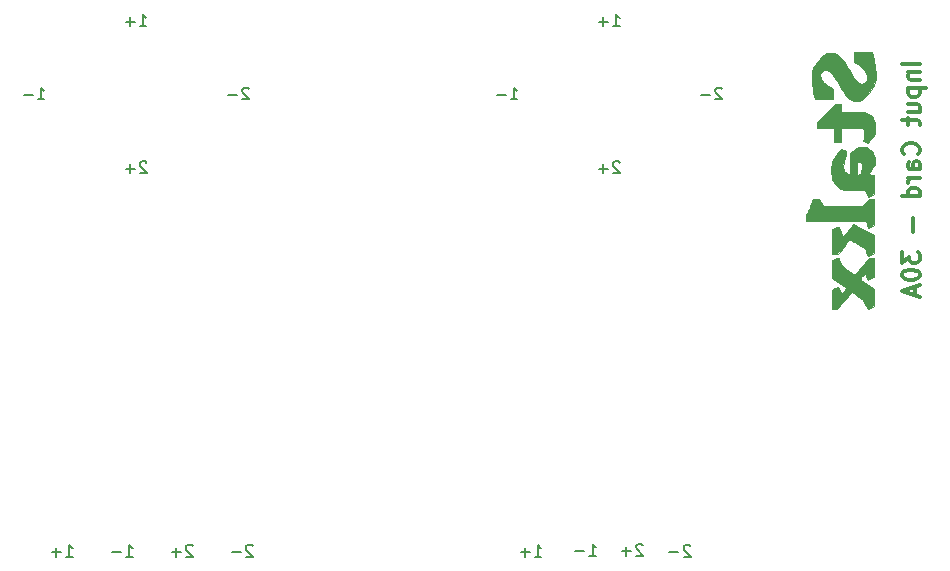
<source format=gbr>
%TF.GenerationSoftware,KiCad,Pcbnew,(5.1.6)-1*%
%TF.CreationDate,2020-12-17T16:36:24+01:00*%
%TF.ProjectId,Ingressi,496e6772-6573-4736-992e-6b696361645f,v1.0*%
%TF.SameCoordinates,Original*%
%TF.FileFunction,Legend,Bot*%
%TF.FilePolarity,Positive*%
%FSLAX46Y46*%
G04 Gerber Fmt 4.6, Leading zero omitted, Abs format (unit mm)*
G04 Created by KiCad (PCBNEW (5.1.6)-1) date 2020-12-17 16:36:24*
%MOMM*%
%LPD*%
G01*
G04 APERTURE LIST*
%ADD10C,0.150000*%
%ADD11C,0.300000*%
%ADD12C,0.010000*%
G04 APERTURE END LIST*
D10*
X55804761Y-55997619D02*
X55757142Y-55950000D01*
X55661904Y-55902380D01*
X55423809Y-55902380D01*
X55328571Y-55950000D01*
X55280952Y-55997619D01*
X55233333Y-56092857D01*
X55233333Y-56188095D01*
X55280952Y-56330952D01*
X55852380Y-56902380D01*
X55233333Y-56902380D01*
X54804761Y-56521428D02*
X54042857Y-56521428D01*
X54423809Y-56902380D02*
X54423809Y-56140476D01*
X55233333Y-44436380D02*
X55804761Y-44436380D01*
X55519047Y-44436380D02*
X55519047Y-43436380D01*
X55614285Y-43579238D01*
X55709523Y-43674476D01*
X55804761Y-43722095D01*
X54804761Y-44055428D02*
X54042857Y-44055428D01*
X54423809Y-44436380D02*
X54423809Y-43674476D01*
X46583333Y-50652380D02*
X47154761Y-50652380D01*
X46869047Y-50652380D02*
X46869047Y-49652380D01*
X46964285Y-49795238D01*
X47059523Y-49890476D01*
X47154761Y-49938095D01*
X46154761Y-50271428D02*
X45392857Y-50271428D01*
X64465961Y-49747619D02*
X64418342Y-49700000D01*
X64323104Y-49652380D01*
X64085009Y-49652380D01*
X63989771Y-49700000D01*
X63942152Y-49747619D01*
X63894533Y-49842857D01*
X63894533Y-49938095D01*
X63942152Y-50080952D01*
X64513580Y-50652380D01*
X63894533Y-50652380D01*
X63465961Y-50271428D02*
X62704057Y-50271428D01*
X95854761Y-55997619D02*
X95807142Y-55950000D01*
X95711904Y-55902380D01*
X95473809Y-55902380D01*
X95378571Y-55950000D01*
X95330952Y-55997619D01*
X95283333Y-56092857D01*
X95283333Y-56188095D01*
X95330952Y-56330952D01*
X95902380Y-56902380D01*
X95283333Y-56902380D01*
X94854761Y-56521428D02*
X94092857Y-56521428D01*
X94473809Y-56902380D02*
X94473809Y-56140476D01*
X95283333Y-44436380D02*
X95854761Y-44436380D01*
X95569047Y-44436380D02*
X95569047Y-43436380D01*
X95664285Y-43579238D01*
X95759523Y-43674476D01*
X95854761Y-43722095D01*
X94854761Y-44055428D02*
X94092857Y-44055428D01*
X94473809Y-44436380D02*
X94473809Y-43674476D01*
X86633333Y-50652380D02*
X87204761Y-50652380D01*
X86919047Y-50652380D02*
X86919047Y-49652380D01*
X87014285Y-49795238D01*
X87109523Y-49890476D01*
X87204761Y-49938095D01*
X86204761Y-50271428D02*
X85442857Y-50271428D01*
X104515961Y-49747619D02*
X104468342Y-49700000D01*
X104373104Y-49652380D01*
X104135009Y-49652380D01*
X104039771Y-49700000D01*
X103992152Y-49747619D01*
X103944533Y-49842857D01*
X103944533Y-49938095D01*
X103992152Y-50080952D01*
X104563580Y-50652380D01*
X103944533Y-50652380D01*
X103515961Y-50271428D02*
X102754057Y-50271428D01*
X48983333Y-89352380D02*
X49554761Y-89352380D01*
X49269047Y-89352380D02*
X49269047Y-88352380D01*
X49364285Y-88495238D01*
X49459523Y-88590476D01*
X49554761Y-88638095D01*
X48554761Y-88971428D02*
X47792857Y-88971428D01*
X48173809Y-89352380D02*
X48173809Y-88590476D01*
X54063333Y-89352380D02*
X54634761Y-89352380D01*
X54349047Y-89352380D02*
X54349047Y-88352380D01*
X54444285Y-88495238D01*
X54539523Y-88590476D01*
X54634761Y-88638095D01*
X53634761Y-88971428D02*
X52872857Y-88971428D01*
X64794761Y-88447619D02*
X64747142Y-88400000D01*
X64651904Y-88352380D01*
X64413809Y-88352380D01*
X64318571Y-88400000D01*
X64270952Y-88447619D01*
X64223333Y-88542857D01*
X64223333Y-88638095D01*
X64270952Y-88780952D01*
X64842380Y-89352380D01*
X64223333Y-89352380D01*
X63794761Y-88971428D02*
X63032857Y-88971428D01*
X59714761Y-88447619D02*
X59667142Y-88400000D01*
X59571904Y-88352380D01*
X59333809Y-88352380D01*
X59238571Y-88400000D01*
X59190952Y-88447619D01*
X59143333Y-88542857D01*
X59143333Y-88638095D01*
X59190952Y-88780952D01*
X59762380Y-89352380D01*
X59143333Y-89352380D01*
X58714761Y-88971428D02*
X57952857Y-88971428D01*
X58333809Y-89352380D02*
X58333809Y-88590476D01*
X93293333Y-89302380D02*
X93864761Y-89302380D01*
X93579047Y-89302380D02*
X93579047Y-88302380D01*
X93674285Y-88445238D01*
X93769523Y-88540476D01*
X93864761Y-88588095D01*
X92864761Y-88921428D02*
X92102857Y-88921428D01*
X97824761Y-88397619D02*
X97777142Y-88350000D01*
X97681904Y-88302380D01*
X97443809Y-88302380D01*
X97348571Y-88350000D01*
X97300952Y-88397619D01*
X97253333Y-88492857D01*
X97253333Y-88588095D01*
X97300952Y-88730952D01*
X97872380Y-89302380D01*
X97253333Y-89302380D01*
X96824761Y-88921428D02*
X96062857Y-88921428D01*
X96443809Y-89302380D02*
X96443809Y-88540476D01*
X88663333Y-89352380D02*
X89234761Y-89352380D01*
X88949047Y-89352380D02*
X88949047Y-88352380D01*
X89044285Y-88495238D01*
X89139523Y-88590476D01*
X89234761Y-88638095D01*
X88234761Y-88971428D02*
X87472857Y-88971428D01*
X87853809Y-89352380D02*
X87853809Y-88590476D01*
X101844761Y-88447619D02*
X101797142Y-88400000D01*
X101701904Y-88352380D01*
X101463809Y-88352380D01*
X101368571Y-88400000D01*
X101320952Y-88447619D01*
X101273333Y-88542857D01*
X101273333Y-88638095D01*
X101320952Y-88780952D01*
X101892380Y-89352380D01*
X101273333Y-89352380D01*
X100844761Y-88971428D02*
X100082857Y-88971428D01*
D11*
X121278571Y-47650000D02*
X119778571Y-47650000D01*
X120278571Y-48364285D02*
X121278571Y-48364285D01*
X120421428Y-48364285D02*
X120350000Y-48435714D01*
X120278571Y-48578571D01*
X120278571Y-48792857D01*
X120350000Y-48935714D01*
X120492857Y-49007142D01*
X121278571Y-49007142D01*
X120278571Y-49721428D02*
X121778571Y-49721428D01*
X120350000Y-49721428D02*
X120278571Y-49864285D01*
X120278571Y-50150000D01*
X120350000Y-50292857D01*
X120421428Y-50364285D01*
X120564285Y-50435714D01*
X120992857Y-50435714D01*
X121135714Y-50364285D01*
X121207142Y-50292857D01*
X121278571Y-50150000D01*
X121278571Y-49864285D01*
X121207142Y-49721428D01*
X120278571Y-51721428D02*
X121278571Y-51721428D01*
X120278571Y-51078571D02*
X121064285Y-51078571D01*
X121207142Y-51150000D01*
X121278571Y-51292857D01*
X121278571Y-51507142D01*
X121207142Y-51650000D01*
X121135714Y-51721428D01*
X120278571Y-52221428D02*
X120278571Y-52792857D01*
X119778571Y-52435714D02*
X121064285Y-52435714D01*
X121207142Y-52507142D01*
X121278571Y-52650000D01*
X121278571Y-52792857D01*
X121135714Y-55292857D02*
X121207142Y-55221428D01*
X121278571Y-55007142D01*
X121278571Y-54864285D01*
X121207142Y-54650000D01*
X121064285Y-54507142D01*
X120921428Y-54435714D01*
X120635714Y-54364285D01*
X120421428Y-54364285D01*
X120135714Y-54435714D01*
X119992857Y-54507142D01*
X119850000Y-54650000D01*
X119778571Y-54864285D01*
X119778571Y-55007142D01*
X119850000Y-55221428D01*
X119921428Y-55292857D01*
X121278571Y-56578571D02*
X120492857Y-56578571D01*
X120350000Y-56507142D01*
X120278571Y-56364285D01*
X120278571Y-56078571D01*
X120350000Y-55935714D01*
X121207142Y-56578571D02*
X121278571Y-56435714D01*
X121278571Y-56078571D01*
X121207142Y-55935714D01*
X121064285Y-55864285D01*
X120921428Y-55864285D01*
X120778571Y-55935714D01*
X120707142Y-56078571D01*
X120707142Y-56435714D01*
X120635714Y-56578571D01*
X121278571Y-57292857D02*
X120278571Y-57292857D01*
X120564285Y-57292857D02*
X120421428Y-57364285D01*
X120350000Y-57435714D01*
X120278571Y-57578571D01*
X120278571Y-57721428D01*
X121278571Y-58864285D02*
X119778571Y-58864285D01*
X121207142Y-58864285D02*
X121278571Y-58721428D01*
X121278571Y-58435714D01*
X121207142Y-58292857D01*
X121135714Y-58221428D01*
X120992857Y-58150000D01*
X120564285Y-58150000D01*
X120421428Y-58221428D01*
X120350000Y-58292857D01*
X120278571Y-58435714D01*
X120278571Y-58721428D01*
X120350000Y-58864285D01*
X120707142Y-60721428D02*
X120707142Y-61864285D01*
X119778571Y-63578571D02*
X119778571Y-64507142D01*
X120350000Y-64007142D01*
X120350000Y-64221428D01*
X120421428Y-64364285D01*
X120492857Y-64435714D01*
X120635714Y-64507142D01*
X120992857Y-64507142D01*
X121135714Y-64435714D01*
X121207142Y-64364285D01*
X121278571Y-64221428D01*
X121278571Y-63792857D01*
X121207142Y-63650000D01*
X121135714Y-63578571D01*
X119778571Y-65435714D02*
X119778571Y-65578571D01*
X119850000Y-65721428D01*
X119921428Y-65792857D01*
X120064285Y-65864285D01*
X120350000Y-65935714D01*
X120707142Y-65935714D01*
X120992857Y-65864285D01*
X121135714Y-65792857D01*
X121207142Y-65721428D01*
X121278571Y-65578571D01*
X121278571Y-65435714D01*
X121207142Y-65292857D01*
X121135714Y-65221428D01*
X120992857Y-65150000D01*
X120707142Y-65078571D01*
X120350000Y-65078571D01*
X120064285Y-65150000D01*
X119921428Y-65221428D01*
X119850000Y-65292857D01*
X119778571Y-65435714D01*
X120850000Y-66507142D02*
X120850000Y-67221428D01*
X121278571Y-66364285D02*
X119778571Y-66864285D01*
X121278571Y-67364285D01*
D12*
G36*
X112124550Y-48712848D02*
G01*
X112135729Y-49024732D01*
X112165953Y-49361386D01*
X112213185Y-49708847D01*
X112275392Y-50053150D01*
X112350538Y-50380333D01*
X112387192Y-50515322D01*
X112420316Y-50631077D01*
X113960590Y-50631077D01*
X113960590Y-49780646D01*
X113811762Y-49707262D01*
X113540072Y-49553078D01*
X113297933Y-49371771D01*
X113202869Y-49286053D01*
X113074347Y-49154311D01*
X112979512Y-49033241D01*
X112912421Y-48914179D01*
X112871130Y-48802552D01*
X112841037Y-48642679D01*
X112847807Y-48501688D01*
X112889386Y-48382675D01*
X112963719Y-48288735D01*
X113068751Y-48222965D01*
X113202429Y-48188458D01*
X113281717Y-48183896D01*
X113379985Y-48190177D01*
X113472703Y-48210459D01*
X113562381Y-48247382D01*
X113651530Y-48303583D01*
X113742659Y-48381699D01*
X113838278Y-48484369D01*
X113940898Y-48614229D01*
X114053029Y-48773917D01*
X114177181Y-48966072D01*
X114315864Y-49193330D01*
X114435562Y-49396355D01*
X114583372Y-49646099D01*
X114715110Y-49859828D01*
X114833688Y-50041333D01*
X114942014Y-50194402D01*
X115042997Y-50322824D01*
X115139548Y-50430389D01*
X115234574Y-50520886D01*
X115330986Y-50598105D01*
X115389530Y-50638859D01*
X115529835Y-50722554D01*
X115658179Y-50776525D01*
X115789884Y-50805693D01*
X115937828Y-50814961D01*
X116026584Y-50814161D01*
X116093812Y-50807605D01*
X116155291Y-50791371D01*
X116226805Y-50761535D01*
X116304966Y-50723691D01*
X116487579Y-50613158D01*
X116670086Y-50465420D01*
X116847657Y-50287114D01*
X117015465Y-50084878D01*
X117168681Y-49865349D01*
X117302475Y-49635167D01*
X117412020Y-49400968D01*
X117492486Y-49169390D01*
X117521380Y-49051504D01*
X117537961Y-48935777D01*
X117547774Y-48789414D01*
X117550463Y-48625409D01*
X117545671Y-48456755D01*
X117540069Y-48371094D01*
X117512893Y-48079933D01*
X117478164Y-47787454D01*
X117437389Y-47503652D01*
X117392073Y-47238519D01*
X117343723Y-47002049D01*
X117316695Y-46889055D01*
X117256171Y-46651302D01*
X116479301Y-46645508D01*
X115702430Y-46639714D01*
X115702430Y-47472174D01*
X115874597Y-47572210D01*
X116119384Y-47729308D01*
X116330392Y-47895629D01*
X116506253Y-48069049D01*
X116645598Y-48247444D01*
X116747060Y-48428692D01*
X116809270Y-48610668D01*
X116830859Y-48791249D01*
X116810459Y-48968310D01*
X116799793Y-49007946D01*
X116743625Y-49123516D01*
X116655807Y-49216526D01*
X116545187Y-49281858D01*
X116420618Y-49314392D01*
X116290948Y-49309011D01*
X116282387Y-49307189D01*
X116198456Y-49282977D01*
X116123574Y-49247049D01*
X116047572Y-49192719D01*
X115960282Y-49113301D01*
X115908479Y-49061329D01*
X115847297Y-48995137D01*
X115784690Y-48919555D01*
X115717678Y-48830178D01*
X115643279Y-48722603D01*
X115558513Y-48592425D01*
X115460399Y-48435241D01*
X115345957Y-48246646D01*
X115262222Y-48106511D01*
X115129841Y-47886345D01*
X115014548Y-47700326D01*
X114912887Y-47543582D01*
X114821404Y-47411239D01*
X114736641Y-47298425D01*
X114655145Y-47200267D01*
X114573458Y-47111892D01*
X114517322Y-47056134D01*
X114360737Y-46916470D01*
X114216027Y-46813052D01*
X114075641Y-46742537D01*
X113932028Y-46701583D01*
X113777636Y-46686848D01*
X113686997Y-46688623D01*
X113558999Y-46701448D01*
X113453205Y-46727647D01*
X113378755Y-46757531D01*
X113184058Y-46867315D01*
X112990857Y-47015016D01*
X112804070Y-47194589D01*
X112628617Y-47399987D01*
X112469418Y-47625164D01*
X112331391Y-47864072D01*
X112219457Y-48110666D01*
X112173560Y-48238802D01*
X112152926Y-48308529D01*
X112138829Y-48375313D01*
X112130140Y-48450066D01*
X112125732Y-48543698D01*
X112124477Y-48667122D01*
X112124550Y-48712848D01*
G37*
X112124550Y-48712848D02*
X112135729Y-49024732D01*
X112165953Y-49361386D01*
X112213185Y-49708847D01*
X112275392Y-50053150D01*
X112350538Y-50380333D01*
X112387192Y-50515322D01*
X112420316Y-50631077D01*
X113960590Y-50631077D01*
X113960590Y-49780646D01*
X113811762Y-49707262D01*
X113540072Y-49553078D01*
X113297933Y-49371771D01*
X113202869Y-49286053D01*
X113074347Y-49154311D01*
X112979512Y-49033241D01*
X112912421Y-48914179D01*
X112871130Y-48802552D01*
X112841037Y-48642679D01*
X112847807Y-48501688D01*
X112889386Y-48382675D01*
X112963719Y-48288735D01*
X113068751Y-48222965D01*
X113202429Y-48188458D01*
X113281717Y-48183896D01*
X113379985Y-48190177D01*
X113472703Y-48210459D01*
X113562381Y-48247382D01*
X113651530Y-48303583D01*
X113742659Y-48381699D01*
X113838278Y-48484369D01*
X113940898Y-48614229D01*
X114053029Y-48773917D01*
X114177181Y-48966072D01*
X114315864Y-49193330D01*
X114435562Y-49396355D01*
X114583372Y-49646099D01*
X114715110Y-49859828D01*
X114833688Y-50041333D01*
X114942014Y-50194402D01*
X115042997Y-50322824D01*
X115139548Y-50430389D01*
X115234574Y-50520886D01*
X115330986Y-50598105D01*
X115389530Y-50638859D01*
X115529835Y-50722554D01*
X115658179Y-50776525D01*
X115789884Y-50805693D01*
X115937828Y-50814961D01*
X116026584Y-50814161D01*
X116093812Y-50807605D01*
X116155291Y-50791371D01*
X116226805Y-50761535D01*
X116304966Y-50723691D01*
X116487579Y-50613158D01*
X116670086Y-50465420D01*
X116847657Y-50287114D01*
X117015465Y-50084878D01*
X117168681Y-49865349D01*
X117302475Y-49635167D01*
X117412020Y-49400968D01*
X117492486Y-49169390D01*
X117521380Y-49051504D01*
X117537961Y-48935777D01*
X117547774Y-48789414D01*
X117550463Y-48625409D01*
X117545671Y-48456755D01*
X117540069Y-48371094D01*
X117512893Y-48079933D01*
X117478164Y-47787454D01*
X117437389Y-47503652D01*
X117392073Y-47238519D01*
X117343723Y-47002049D01*
X117316695Y-46889055D01*
X117256171Y-46651302D01*
X116479301Y-46645508D01*
X115702430Y-46639714D01*
X115702430Y-47472174D01*
X115874597Y-47572210D01*
X116119384Y-47729308D01*
X116330392Y-47895629D01*
X116506253Y-48069049D01*
X116645598Y-48247444D01*
X116747060Y-48428692D01*
X116809270Y-48610668D01*
X116830859Y-48791249D01*
X116810459Y-48968310D01*
X116799793Y-49007946D01*
X116743625Y-49123516D01*
X116655807Y-49216526D01*
X116545187Y-49281858D01*
X116420618Y-49314392D01*
X116290948Y-49309011D01*
X116282387Y-49307189D01*
X116198456Y-49282977D01*
X116123574Y-49247049D01*
X116047572Y-49192719D01*
X115960282Y-49113301D01*
X115908479Y-49061329D01*
X115847297Y-48995137D01*
X115784690Y-48919555D01*
X115717678Y-48830178D01*
X115643279Y-48722603D01*
X115558513Y-48592425D01*
X115460399Y-48435241D01*
X115345957Y-48246646D01*
X115262222Y-48106511D01*
X115129841Y-47886345D01*
X115014548Y-47700326D01*
X114912887Y-47543582D01*
X114821404Y-47411239D01*
X114736641Y-47298425D01*
X114655145Y-47200267D01*
X114573458Y-47111892D01*
X114517322Y-47056134D01*
X114360737Y-46916470D01*
X114216027Y-46813052D01*
X114075641Y-46742537D01*
X113932028Y-46701583D01*
X113777636Y-46686848D01*
X113686997Y-46688623D01*
X113558999Y-46701448D01*
X113453205Y-46727647D01*
X113378755Y-46757531D01*
X113184058Y-46867315D01*
X112990857Y-47015016D01*
X112804070Y-47194589D01*
X112628617Y-47399987D01*
X112469418Y-47625164D01*
X112331391Y-47864072D01*
X112219457Y-48110666D01*
X112173560Y-48238802D01*
X112152926Y-48308529D01*
X112138829Y-48375313D01*
X112130140Y-48450066D01*
X112125732Y-48543698D01*
X112124477Y-48667122D01*
X112124550Y-48712848D01*
G36*
X114048784Y-53056424D02*
G01*
X114048784Y-54225000D01*
X114577951Y-54225000D01*
X114577951Y-53056424D01*
X115456635Y-53056424D01*
X115676442Y-53056467D01*
X115856526Y-53056749D01*
X116001259Y-53057497D01*
X116115016Y-53058939D01*
X116202170Y-53061305D01*
X116267093Y-53064822D01*
X116314161Y-53069717D01*
X116347746Y-53076220D01*
X116372222Y-53084559D01*
X116391962Y-53094961D01*
X116409045Y-53106108D01*
X116485895Y-53174413D01*
X116539328Y-53263915D01*
X116574404Y-53383942D01*
X116581625Y-53424292D01*
X116590870Y-53607808D01*
X116563666Y-53810861D01*
X116517799Y-53978934D01*
X116495334Y-54053087D01*
X116481322Y-54111135D01*
X116478760Y-54139665D01*
X116499938Y-54155381D01*
X116551142Y-54183366D01*
X116621803Y-54218663D01*
X116701353Y-54256318D01*
X116779223Y-54291373D01*
X116844845Y-54318872D01*
X116887652Y-54333860D01*
X116895799Y-54335243D01*
X116913775Y-54318731D01*
X116954354Y-54272758D01*
X117013065Y-54202670D01*
X117085434Y-54113810D01*
X117166991Y-54011525D01*
X117172477Y-54004572D01*
X117265618Y-53886410D01*
X117336014Y-53793641D01*
X117387093Y-53716908D01*
X117422280Y-53646854D01*
X117445000Y-53574124D01*
X117458681Y-53489360D01*
X117466749Y-53383206D01*
X117472629Y-53246305D01*
X117475258Y-53177691D01*
X117478758Y-52976491D01*
X117471784Y-52809263D01*
X117456428Y-52681375D01*
X117403029Y-52447009D01*
X117325108Y-52248681D01*
X117221275Y-52084888D01*
X117090141Y-51954127D01*
X116930317Y-51854894D01*
X116740414Y-51785684D01*
X116601718Y-51756334D01*
X116548100Y-51751260D01*
X116455406Y-51746625D01*
X116328656Y-51742535D01*
X116172872Y-51739095D01*
X115993074Y-51736410D01*
X115794281Y-51734586D01*
X115581515Y-51733727D01*
X115520529Y-51733674D01*
X114577951Y-51733507D01*
X114577951Y-51027952D01*
X114167774Y-51027952D01*
X112593576Y-52531220D01*
X112593576Y-53056424D01*
X114048784Y-53056424D01*
G37*
X114048784Y-53056424D02*
X114048784Y-54225000D01*
X114577951Y-54225000D01*
X114577951Y-53056424D01*
X115456635Y-53056424D01*
X115676442Y-53056467D01*
X115856526Y-53056749D01*
X116001259Y-53057497D01*
X116115016Y-53058939D01*
X116202170Y-53061305D01*
X116267093Y-53064822D01*
X116314161Y-53069717D01*
X116347746Y-53076220D01*
X116372222Y-53084559D01*
X116391962Y-53094961D01*
X116409045Y-53106108D01*
X116485895Y-53174413D01*
X116539328Y-53263915D01*
X116574404Y-53383942D01*
X116581625Y-53424292D01*
X116590870Y-53607808D01*
X116563666Y-53810861D01*
X116517799Y-53978934D01*
X116495334Y-54053087D01*
X116481322Y-54111135D01*
X116478760Y-54139665D01*
X116499938Y-54155381D01*
X116551142Y-54183366D01*
X116621803Y-54218663D01*
X116701353Y-54256318D01*
X116779223Y-54291373D01*
X116844845Y-54318872D01*
X116887652Y-54333860D01*
X116895799Y-54335243D01*
X116913775Y-54318731D01*
X116954354Y-54272758D01*
X117013065Y-54202670D01*
X117085434Y-54113810D01*
X117166991Y-54011525D01*
X117172477Y-54004572D01*
X117265618Y-53886410D01*
X117336014Y-53793641D01*
X117387093Y-53716908D01*
X117422280Y-53646854D01*
X117445000Y-53574124D01*
X117458681Y-53489360D01*
X117466749Y-53383206D01*
X117472629Y-53246305D01*
X117475258Y-53177691D01*
X117478758Y-52976491D01*
X117471784Y-52809263D01*
X117456428Y-52681375D01*
X117403029Y-52447009D01*
X117325108Y-52248681D01*
X117221275Y-52084888D01*
X117090141Y-51954127D01*
X116930317Y-51854894D01*
X116740414Y-51785684D01*
X116601718Y-51756334D01*
X116548100Y-51751260D01*
X116455406Y-51746625D01*
X116328656Y-51742535D01*
X116172872Y-51739095D01*
X115993074Y-51736410D01*
X115794281Y-51734586D01*
X115581515Y-51733727D01*
X115520529Y-51733674D01*
X114577951Y-51733507D01*
X114577951Y-51027952D01*
X114167774Y-51027952D01*
X112593576Y-52531220D01*
X112593576Y-53056424D01*
X114048784Y-53056424D01*
G36*
X113796176Y-56913066D02*
G01*
X113813940Y-57067507D01*
X113814814Y-57072898D01*
X113877163Y-57349083D01*
X113967933Y-57593126D01*
X114086615Y-57804346D01*
X114232699Y-57982058D01*
X114405677Y-58125582D01*
X114605040Y-58234232D01*
X114710243Y-58273892D01*
X114745009Y-58283933D01*
X114785643Y-58292326D01*
X114836606Y-58299294D01*
X114902358Y-58305058D01*
X114987358Y-58309840D01*
X115096068Y-58313862D01*
X115232948Y-58317347D01*
X115402458Y-58320514D01*
X115609058Y-58323588D01*
X115745318Y-58325385D01*
X116659127Y-58337066D01*
X116752829Y-58568577D01*
X116792963Y-58668268D01*
X116828924Y-58758555D01*
X116856255Y-58828192D01*
X116868867Y-58861355D01*
X116891203Y-58922623D01*
X117156981Y-58789393D01*
X117422758Y-58656163D01*
X117416978Y-57835156D01*
X117411198Y-57014150D01*
X117150090Y-57010275D01*
X117047369Y-57007899D01*
X116961749Y-57004311D01*
X116902288Y-57000000D01*
X116878128Y-56995548D01*
X116887845Y-56975799D01*
X116921201Y-56926844D01*
X116974338Y-56853948D01*
X117043393Y-56762377D01*
X117124507Y-56657394D01*
X117149016Y-56626106D01*
X117251889Y-56493560D01*
X117329721Y-56389082D01*
X117386120Y-56307215D01*
X117424695Y-56242502D01*
X117449053Y-56189487D01*
X117459563Y-56156471D01*
X117481387Y-56014194D01*
X117482540Y-55839753D01*
X117462980Y-55639956D01*
X117462767Y-55638462D01*
X117411192Y-55408065D01*
X117327137Y-55206661D01*
X117211712Y-55035394D01*
X117066027Y-54895407D01*
X116891190Y-54787844D01*
X116688311Y-54713848D01*
X116536167Y-54683466D01*
X116332511Y-54673534D01*
X116138200Y-54703584D01*
X116106938Y-54715422D01*
X116106938Y-55952688D01*
X116205799Y-55968632D01*
X116290417Y-56018766D01*
X116350562Y-56099239D01*
X116353765Y-56106309D01*
X116376057Y-56191858D01*
X116384897Y-56304993D01*
X116380655Y-56431422D01*
X116363701Y-56556854D01*
X116339659Y-56651742D01*
X116303155Y-56752953D01*
X116263206Y-56847624D01*
X116224125Y-56927025D01*
X116190223Y-56982423D01*
X116165814Y-57005089D01*
X116165080Y-57005192D01*
X116131778Y-57007041D01*
X116071280Y-57009433D01*
X116033159Y-57010705D01*
X115922916Y-57014150D01*
X115922916Y-56008688D01*
X116004068Y-55974780D01*
X116106938Y-55952688D01*
X116106938Y-54715422D01*
X115950594Y-54774628D01*
X115767056Y-54887680D01*
X115584949Y-55043751D01*
X115576821Y-55051726D01*
X115393750Y-55232343D01*
X115393750Y-57003125D01*
X115331532Y-57003125D01*
X115203930Y-56982221D01*
X115081806Y-56923932D01*
X114973266Y-56834890D01*
X114886415Y-56721729D01*
X114829767Y-56592492D01*
X114804817Y-56452896D01*
X114801864Y-56280419D01*
X114821038Y-56074017D01*
X114862471Y-55832642D01*
X114926294Y-55555249D01*
X114989361Y-55321434D01*
X115018268Y-55217106D01*
X115041191Y-55129264D01*
X115056147Y-55065914D01*
X115061155Y-55035059D01*
X115060699Y-55033406D01*
X115037040Y-55021706D01*
X114983451Y-54997342D01*
X114910544Y-54964997D01*
X114828931Y-54929353D01*
X114749224Y-54895095D01*
X114704718Y-54876311D01*
X114625852Y-54843359D01*
X114276684Y-55277119D01*
X114179373Y-55399101D01*
X114090227Y-55512926D01*
X114013392Y-55613132D01*
X113953012Y-55694261D01*
X113913233Y-55750853D01*
X113899326Y-55774104D01*
X113864394Y-55878805D01*
X113835199Y-56018129D01*
X113812338Y-56182905D01*
X113796409Y-56363959D01*
X113788007Y-56552119D01*
X113787731Y-56738212D01*
X113796176Y-56913066D01*
G37*
X113796176Y-56913066D02*
X113813940Y-57067507D01*
X113814814Y-57072898D01*
X113877163Y-57349083D01*
X113967933Y-57593126D01*
X114086615Y-57804346D01*
X114232699Y-57982058D01*
X114405677Y-58125582D01*
X114605040Y-58234232D01*
X114710243Y-58273892D01*
X114745009Y-58283933D01*
X114785643Y-58292326D01*
X114836606Y-58299294D01*
X114902358Y-58305058D01*
X114987358Y-58309840D01*
X115096068Y-58313862D01*
X115232948Y-58317347D01*
X115402458Y-58320514D01*
X115609058Y-58323588D01*
X115745318Y-58325385D01*
X116659127Y-58337066D01*
X116752829Y-58568577D01*
X116792963Y-58668268D01*
X116828924Y-58758555D01*
X116856255Y-58828192D01*
X116868867Y-58861355D01*
X116891203Y-58922623D01*
X117156981Y-58789393D01*
X117422758Y-58656163D01*
X117416978Y-57835156D01*
X117411198Y-57014150D01*
X117150090Y-57010275D01*
X117047369Y-57007899D01*
X116961749Y-57004311D01*
X116902288Y-57000000D01*
X116878128Y-56995548D01*
X116887845Y-56975799D01*
X116921201Y-56926844D01*
X116974338Y-56853948D01*
X117043393Y-56762377D01*
X117124507Y-56657394D01*
X117149016Y-56626106D01*
X117251889Y-56493560D01*
X117329721Y-56389082D01*
X117386120Y-56307215D01*
X117424695Y-56242502D01*
X117449053Y-56189487D01*
X117459563Y-56156471D01*
X117481387Y-56014194D01*
X117482540Y-55839753D01*
X117462980Y-55639956D01*
X117462767Y-55638462D01*
X117411192Y-55408065D01*
X117327137Y-55206661D01*
X117211712Y-55035394D01*
X117066027Y-54895407D01*
X116891190Y-54787844D01*
X116688311Y-54713848D01*
X116536167Y-54683466D01*
X116332511Y-54673534D01*
X116138200Y-54703584D01*
X116106938Y-54715422D01*
X116106938Y-55952688D01*
X116205799Y-55968632D01*
X116290417Y-56018766D01*
X116350562Y-56099239D01*
X116353765Y-56106309D01*
X116376057Y-56191858D01*
X116384897Y-56304993D01*
X116380655Y-56431422D01*
X116363701Y-56556854D01*
X116339659Y-56651742D01*
X116303155Y-56752953D01*
X116263206Y-56847624D01*
X116224125Y-56927025D01*
X116190223Y-56982423D01*
X116165814Y-57005089D01*
X116165080Y-57005192D01*
X116131778Y-57007041D01*
X116071280Y-57009433D01*
X116033159Y-57010705D01*
X115922916Y-57014150D01*
X115922916Y-56008688D01*
X116004068Y-55974780D01*
X116106938Y-55952688D01*
X116106938Y-54715422D01*
X115950594Y-54774628D01*
X115767056Y-54887680D01*
X115584949Y-55043751D01*
X115576821Y-55051726D01*
X115393750Y-55232343D01*
X115393750Y-57003125D01*
X115331532Y-57003125D01*
X115203930Y-56982221D01*
X115081806Y-56923932D01*
X114973266Y-56834890D01*
X114886415Y-56721729D01*
X114829767Y-56592492D01*
X114804817Y-56452896D01*
X114801864Y-56280419D01*
X114821038Y-56074017D01*
X114862471Y-55832642D01*
X114926294Y-55555249D01*
X114989361Y-55321434D01*
X115018268Y-55217106D01*
X115041191Y-55129264D01*
X115056147Y-55065914D01*
X115061155Y-55035059D01*
X115060699Y-55033406D01*
X115037040Y-55021706D01*
X114983451Y-54997342D01*
X114910544Y-54964997D01*
X114828931Y-54929353D01*
X114749224Y-54895095D01*
X114704718Y-54876311D01*
X114625852Y-54843359D01*
X114276684Y-55277119D01*
X114179373Y-55399101D01*
X114090227Y-55512926D01*
X114013392Y-55613132D01*
X113953012Y-55694261D01*
X113913233Y-55750853D01*
X113899326Y-55774104D01*
X113864394Y-55878805D01*
X113835199Y-56018129D01*
X113812338Y-56182905D01*
X113796409Y-56363959D01*
X113788007Y-56552119D01*
X113787731Y-56738212D01*
X113796176Y-56913066D01*
G36*
X111672261Y-60719897D02*
G01*
X111678559Y-60960851D01*
X114193627Y-60966456D01*
X116708696Y-60972061D01*
X116792193Y-61242064D01*
X116824953Y-61345321D01*
X116854417Y-61433275D01*
X116877582Y-61497302D01*
X116891450Y-61528780D01*
X116892372Y-61529988D01*
X116917204Y-61527407D01*
X116973279Y-61507618D01*
X117052730Y-61473782D01*
X117147688Y-61429059D01*
X117165638Y-61420188D01*
X117422222Y-61292468D01*
X117422222Y-60183389D01*
X117422032Y-59926047D01*
X117421407Y-59709580D01*
X117420262Y-59530767D01*
X117418514Y-59386387D01*
X117416079Y-59273219D01*
X117412872Y-59188043D01*
X117408810Y-59127637D01*
X117403808Y-59088781D01*
X117397783Y-59068253D01*
X117393007Y-59063100D01*
X117359143Y-59058837D01*
X117292747Y-59056762D01*
X117205340Y-59057111D01*
X117156970Y-59058280D01*
X116950147Y-59064671D01*
X116441059Y-59647159D01*
X113105619Y-59648959D01*
X112913219Y-59350582D01*
X112720819Y-59052206D01*
X112489995Y-59058438D01*
X112259170Y-59064671D01*
X112072730Y-59505643D01*
X112008843Y-59657034D01*
X111942514Y-59814702D01*
X111878612Y-59967042D01*
X111822005Y-60102449D01*
X111777558Y-60209321D01*
X111776127Y-60212779D01*
X111665963Y-60478942D01*
X111672261Y-60719897D01*
G37*
X111672261Y-60719897D02*
X111678559Y-60960851D01*
X114193627Y-60966456D01*
X116708696Y-60972061D01*
X116792193Y-61242064D01*
X116824953Y-61345321D01*
X116854417Y-61433275D01*
X116877582Y-61497302D01*
X116891450Y-61528780D01*
X116892372Y-61529988D01*
X116917204Y-61527407D01*
X116973279Y-61507618D01*
X117052730Y-61473782D01*
X117147688Y-61429059D01*
X117165638Y-61420188D01*
X117422222Y-61292468D01*
X117422222Y-60183389D01*
X117422032Y-59926047D01*
X117421407Y-59709580D01*
X117420262Y-59530767D01*
X117418514Y-59386387D01*
X117416079Y-59273219D01*
X117412872Y-59188043D01*
X117408810Y-59127637D01*
X117403808Y-59088781D01*
X117397783Y-59068253D01*
X117393007Y-59063100D01*
X117359143Y-59058837D01*
X117292747Y-59056762D01*
X117205340Y-59057111D01*
X117156970Y-59058280D01*
X116950147Y-59064671D01*
X116441059Y-59647159D01*
X113105619Y-59648959D01*
X112913219Y-59350582D01*
X112720819Y-59052206D01*
X112489995Y-59058438D01*
X112259170Y-59064671D01*
X112072730Y-59505643D01*
X112008843Y-59657034D01*
X111942514Y-59814702D01*
X111878612Y-59967042D01*
X111822005Y-60102449D01*
X111777558Y-60209321D01*
X111776127Y-60212779D01*
X111665963Y-60478942D01*
X111672261Y-60719897D01*
G36*
X114087369Y-63748286D02*
G01*
X114324392Y-63746571D01*
X114819697Y-63121652D01*
X114950018Y-62957539D01*
X115056008Y-62825023D01*
X115140495Y-62720958D01*
X115206303Y-62642198D01*
X115256260Y-62585598D01*
X115293191Y-62548010D01*
X115319923Y-62526290D01*
X115339282Y-62517290D01*
X115354094Y-62517866D01*
X115359888Y-62520336D01*
X115389187Y-62536835D01*
X115450733Y-62572251D01*
X115538732Y-62623204D01*
X115647388Y-62686312D01*
X115770907Y-62758192D01*
X115903493Y-62835464D01*
X116039351Y-62914744D01*
X116172687Y-62992652D01*
X116297704Y-63065805D01*
X116408607Y-63130822D01*
X116499602Y-63184321D01*
X116564894Y-63222920D01*
X116598687Y-63243237D01*
X116599063Y-63243472D01*
X116621979Y-63273561D01*
X116655866Y-63338893D01*
X116697673Y-63432905D01*
X116744350Y-63549033D01*
X116758985Y-63587573D01*
X116801344Y-63698281D01*
X116839516Y-63793778D01*
X116870414Y-63866660D01*
X116890948Y-63909523D01*
X116896644Y-63917583D01*
X116922035Y-63912276D01*
X116978303Y-63889698D01*
X117057431Y-63853362D01*
X117151404Y-63806782D01*
X117163005Y-63800821D01*
X117411198Y-63672830D01*
X117416997Y-62919795D01*
X117422796Y-62166759D01*
X116876806Y-61868312D01*
X116712051Y-61778180D01*
X116539075Y-61683416D01*
X116367808Y-61589472D01*
X116208180Y-61501795D01*
X116070121Y-61425837D01*
X115989062Y-61381139D01*
X115647309Y-61192412D01*
X115596939Y-61253020D01*
X115570525Y-61286143D01*
X115521335Y-61349113D01*
X115453378Y-61436748D01*
X115370662Y-61543864D01*
X115277197Y-61665280D01*
X115176992Y-61795813D01*
X115169693Y-61805334D01*
X114792818Y-62297040D01*
X114689995Y-62080942D01*
X114632656Y-61959251D01*
X114568417Y-61821086D01*
X114508245Y-61690081D01*
X114488855Y-61647378D01*
X114446520Y-61557733D01*
X114408341Y-61484093D01*
X114379084Y-61435243D01*
X114365434Y-61419963D01*
X114337112Y-61425549D01*
X114278138Y-61448029D01*
X114196945Y-61483877D01*
X114101966Y-61529567D01*
X114095338Y-61532883D01*
X113850347Y-61655751D01*
X113850347Y-63750000D01*
X114087369Y-63748286D01*
G37*
X114087369Y-63748286D02*
X114324392Y-63746571D01*
X114819697Y-63121652D01*
X114950018Y-62957539D01*
X115056008Y-62825023D01*
X115140495Y-62720958D01*
X115206303Y-62642198D01*
X115256260Y-62585598D01*
X115293191Y-62548010D01*
X115319923Y-62526290D01*
X115339282Y-62517290D01*
X115354094Y-62517866D01*
X115359888Y-62520336D01*
X115389187Y-62536835D01*
X115450733Y-62572251D01*
X115538732Y-62623204D01*
X115647388Y-62686312D01*
X115770907Y-62758192D01*
X115903493Y-62835464D01*
X116039351Y-62914744D01*
X116172687Y-62992652D01*
X116297704Y-63065805D01*
X116408607Y-63130822D01*
X116499602Y-63184321D01*
X116564894Y-63222920D01*
X116598687Y-63243237D01*
X116599063Y-63243472D01*
X116621979Y-63273561D01*
X116655866Y-63338893D01*
X116697673Y-63432905D01*
X116744350Y-63549033D01*
X116758985Y-63587573D01*
X116801344Y-63698281D01*
X116839516Y-63793778D01*
X116870414Y-63866660D01*
X116890948Y-63909523D01*
X116896644Y-63917583D01*
X116922035Y-63912276D01*
X116978303Y-63889698D01*
X117057431Y-63853362D01*
X117151404Y-63806782D01*
X117163005Y-63800821D01*
X117411198Y-63672830D01*
X117416997Y-62919795D01*
X117422796Y-62166759D01*
X116876806Y-61868312D01*
X116712051Y-61778180D01*
X116539075Y-61683416D01*
X116367808Y-61589472D01*
X116208180Y-61501795D01*
X116070121Y-61425837D01*
X115989062Y-61381139D01*
X115647309Y-61192412D01*
X115596939Y-61253020D01*
X115570525Y-61286143D01*
X115521335Y-61349113D01*
X115453378Y-61436748D01*
X115370662Y-61543864D01*
X115277197Y-61665280D01*
X115176992Y-61795813D01*
X115169693Y-61805334D01*
X114792818Y-62297040D01*
X114689995Y-62080942D01*
X114632656Y-61959251D01*
X114568417Y-61821086D01*
X114508245Y-61690081D01*
X114488855Y-61647378D01*
X114446520Y-61557733D01*
X114408341Y-61484093D01*
X114379084Y-61435243D01*
X114365434Y-61419963D01*
X114337112Y-61425549D01*
X114278138Y-61448029D01*
X114196945Y-61483877D01*
X114101966Y-61529567D01*
X114095338Y-61532883D01*
X113850347Y-61655751D01*
X113850347Y-63750000D01*
X114087369Y-63748286D01*
G36*
X113855568Y-65017249D02*
G01*
X113861371Y-65744904D01*
X114450635Y-66186124D01*
X114591006Y-66291539D01*
X114719436Y-66388581D01*
X114831820Y-66474103D01*
X114924052Y-66544956D01*
X114992027Y-66597992D01*
X115031641Y-66630061D01*
X115040299Y-66638368D01*
X115026218Y-66657612D01*
X114987338Y-66702686D01*
X114929170Y-66767388D01*
X114857222Y-66845519D01*
X114836293Y-66867958D01*
X114631886Y-67086523D01*
X114502015Y-66807324D01*
X114454760Y-66706764D01*
X114414153Y-66622293D01*
X114383719Y-66561097D01*
X114366984Y-66530360D01*
X114365047Y-66528125D01*
X114343788Y-66537384D01*
X114290734Y-66562695D01*
X114213516Y-66600363D01*
X114119769Y-66646693D01*
X114104149Y-66654461D01*
X113850347Y-66780797D01*
X113850347Y-68358160D01*
X114308455Y-68358160D01*
X114493827Y-68143186D01*
X114559058Y-68067535D01*
X114646968Y-67965577D01*
X114751443Y-67844405D01*
X114866366Y-67711112D01*
X114985623Y-67572790D01*
X115091444Y-67450050D01*
X115197946Y-67326824D01*
X115295394Y-67214654D01*
X115380005Y-67117852D01*
X115447992Y-67040728D01*
X115495570Y-66987592D01*
X115518955Y-66962755D01*
X115520381Y-66961571D01*
X115541576Y-66971732D01*
X115592790Y-67005636D01*
X115669301Y-67059874D01*
X115766383Y-67131034D01*
X115879313Y-67215705D01*
X116000090Y-67307951D01*
X116463107Y-67664646D01*
X116667042Y-68027896D01*
X116731359Y-68142851D01*
X116788025Y-68244879D01*
X116833557Y-68327649D01*
X116864472Y-68384826D01*
X116877286Y-68410080D01*
X116877342Y-68410239D01*
X116898134Y-68407909D01*
X116950770Y-68388304D01*
X117027964Y-68354486D01*
X117122433Y-68309519D01*
X117152964Y-68294357D01*
X117422222Y-68159383D01*
X117422222Y-66728488D01*
X116815885Y-66296019D01*
X116672229Y-66193123D01*
X116540722Y-66098099D01*
X116425518Y-66014010D01*
X116330766Y-65943921D01*
X116260618Y-65890897D01*
X116219225Y-65858001D01*
X116209548Y-65848405D01*
X116223317Y-65828289D01*
X116260385Y-65782816D01*
X116314400Y-65719266D01*
X116379007Y-65644918D01*
X116447851Y-65567053D01*
X116514579Y-65492950D01*
X116572835Y-65429888D01*
X116596609Y-65404971D01*
X116611128Y-65397037D01*
X116628224Y-65406230D01*
X116651251Y-65437654D01*
X116683563Y-65496413D01*
X116728515Y-65587611D01*
X116759639Y-65653018D01*
X116807952Y-65753620D01*
X116850012Y-65838170D01*
X116882146Y-65899509D01*
X116900677Y-65930475D01*
X116903249Y-65932813D01*
X116926170Y-65923527D01*
X116980696Y-65898146D01*
X117059034Y-65860382D01*
X117153392Y-65813947D01*
X117168420Y-65806477D01*
X117422222Y-65680141D01*
X117422222Y-64102778D01*
X116962108Y-64102778D01*
X116623035Y-64494141D01*
X116504928Y-64630552D01*
X116376207Y-64779375D01*
X116246496Y-64929472D01*
X116125422Y-65069704D01*
X116022607Y-65188934D01*
X116013260Y-65199785D01*
X115742558Y-65514065D01*
X115683909Y-65472012D01*
X115651050Y-65447535D01*
X115588571Y-65400155D01*
X115501758Y-65333913D01*
X115395898Y-65252850D01*
X115276277Y-65161009D01*
X115155762Y-65068268D01*
X114686264Y-64706578D01*
X114531047Y-64377117D01*
X114478902Y-64266864D01*
X114433402Y-64171473D01*
X114397799Y-64097699D01*
X114375350Y-64052303D01*
X114369182Y-64041004D01*
X114348148Y-64047763D01*
X114295322Y-64070974D01*
X114218254Y-64107166D01*
X114124491Y-64152868D01*
X114106149Y-64161972D01*
X113849765Y-64289593D01*
X113855568Y-65017249D01*
G37*
X113855568Y-65017249D02*
X113861371Y-65744904D01*
X114450635Y-66186124D01*
X114591006Y-66291539D01*
X114719436Y-66388581D01*
X114831820Y-66474103D01*
X114924052Y-66544956D01*
X114992027Y-66597992D01*
X115031641Y-66630061D01*
X115040299Y-66638368D01*
X115026218Y-66657612D01*
X114987338Y-66702686D01*
X114929170Y-66767388D01*
X114857222Y-66845519D01*
X114836293Y-66867958D01*
X114631886Y-67086523D01*
X114502015Y-66807324D01*
X114454760Y-66706764D01*
X114414153Y-66622293D01*
X114383719Y-66561097D01*
X114366984Y-66530360D01*
X114365047Y-66528125D01*
X114343788Y-66537384D01*
X114290734Y-66562695D01*
X114213516Y-66600363D01*
X114119769Y-66646693D01*
X114104149Y-66654461D01*
X113850347Y-66780797D01*
X113850347Y-68358160D01*
X114308455Y-68358160D01*
X114493827Y-68143186D01*
X114559058Y-68067535D01*
X114646968Y-67965577D01*
X114751443Y-67844405D01*
X114866366Y-67711112D01*
X114985623Y-67572790D01*
X115091444Y-67450050D01*
X115197946Y-67326824D01*
X115295394Y-67214654D01*
X115380005Y-67117852D01*
X115447992Y-67040728D01*
X115495570Y-66987592D01*
X115518955Y-66962755D01*
X115520381Y-66961571D01*
X115541576Y-66971732D01*
X115592790Y-67005636D01*
X115669301Y-67059874D01*
X115766383Y-67131034D01*
X115879313Y-67215705D01*
X116000090Y-67307951D01*
X116463107Y-67664646D01*
X116667042Y-68027896D01*
X116731359Y-68142851D01*
X116788025Y-68244879D01*
X116833557Y-68327649D01*
X116864472Y-68384826D01*
X116877286Y-68410080D01*
X116877342Y-68410239D01*
X116898134Y-68407909D01*
X116950770Y-68388304D01*
X117027964Y-68354486D01*
X117122433Y-68309519D01*
X117152964Y-68294357D01*
X117422222Y-68159383D01*
X117422222Y-66728488D01*
X116815885Y-66296019D01*
X116672229Y-66193123D01*
X116540722Y-66098099D01*
X116425518Y-66014010D01*
X116330766Y-65943921D01*
X116260618Y-65890897D01*
X116219225Y-65858001D01*
X116209548Y-65848405D01*
X116223317Y-65828289D01*
X116260385Y-65782816D01*
X116314400Y-65719266D01*
X116379007Y-65644918D01*
X116447851Y-65567053D01*
X116514579Y-65492950D01*
X116572835Y-65429888D01*
X116596609Y-65404971D01*
X116611128Y-65397037D01*
X116628224Y-65406230D01*
X116651251Y-65437654D01*
X116683563Y-65496413D01*
X116728515Y-65587611D01*
X116759639Y-65653018D01*
X116807952Y-65753620D01*
X116850012Y-65838170D01*
X116882146Y-65899509D01*
X116900677Y-65930475D01*
X116903249Y-65932813D01*
X116926170Y-65923527D01*
X116980696Y-65898146D01*
X117059034Y-65860382D01*
X117153392Y-65813947D01*
X117168420Y-65806477D01*
X117422222Y-65680141D01*
X117422222Y-64102778D01*
X116962108Y-64102778D01*
X116623035Y-64494141D01*
X116504928Y-64630552D01*
X116376207Y-64779375D01*
X116246496Y-64929472D01*
X116125422Y-65069704D01*
X116022607Y-65188934D01*
X116013260Y-65199785D01*
X115742558Y-65514065D01*
X115683909Y-65472012D01*
X115651050Y-65447535D01*
X115588571Y-65400155D01*
X115501758Y-65333913D01*
X115395898Y-65252850D01*
X115276277Y-65161009D01*
X115155762Y-65068268D01*
X114686264Y-64706578D01*
X114531047Y-64377117D01*
X114478902Y-64266864D01*
X114433402Y-64171473D01*
X114397799Y-64097699D01*
X114375350Y-64052303D01*
X114369182Y-64041004D01*
X114348148Y-64047763D01*
X114295322Y-64070974D01*
X114218254Y-64107166D01*
X114124491Y-64152868D01*
X114106149Y-64161972D01*
X113849765Y-64289593D01*
X113855568Y-65017249D01*
M02*

</source>
